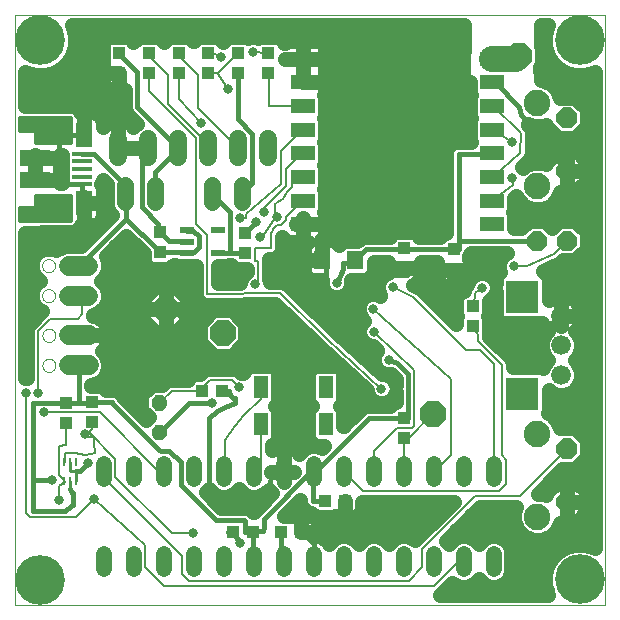
<source format=gbl>
G75*
%MOIN*%
%OFA0B0*%
%FSLAX24Y24*%
%IPPOS*%
%LPD*%
%AMOC8*
5,1,8,0,0,1.08239X$1,22.5*
%
%ADD10C,0.0000*%
%ADD11R,0.0551X0.0630*%
%ADD12R,0.0394X0.0433*%
%ADD13R,0.0433X0.0394*%
%ADD14R,0.0787X0.0512*%
%ADD15OC8,0.0850*%
%ADD16R,0.0472X0.0217*%
%ADD17C,0.0520*%
%ADD18R,0.0512X0.0748*%
%ADD19R,0.0112X0.0276*%
%ADD20R,0.0673X0.0157*%
%ADD21R,0.0575X0.0787*%
%ADD22R,0.0984X0.0541*%
%ADD23C,0.0160*%
%ADD24C,0.0560*%
%ADD25C,0.0104*%
%ADD26OC8,0.0660*%
%ADD27OC8,0.0700*%
%ADD28C,0.0885*%
%ADD29C,0.0660*%
%ADD30R,0.1102X0.1102*%
%ADD31C,0.0600*%
%ADD32C,0.0650*%
%ADD33C,0.0317*%
%ADD34C,0.0100*%
%ADD35C,0.0500*%
%ADD36C,0.0080*%
%ADD37C,0.0860*%
%ADD38C,0.1660*%
D10*
X000350Y000350D02*
X000350Y020035D01*
X020035Y020035D01*
X020035Y000350D01*
X000350Y000350D01*
X001267Y008344D02*
X001269Y008373D01*
X001275Y008401D01*
X001284Y008429D01*
X001297Y008455D01*
X001314Y008478D01*
X001333Y008500D01*
X001355Y008519D01*
X001380Y008534D01*
X001406Y008547D01*
X001434Y008555D01*
X001462Y008560D01*
X001491Y008561D01*
X001520Y008558D01*
X001548Y008551D01*
X001575Y008541D01*
X001601Y008527D01*
X001624Y008510D01*
X001645Y008490D01*
X001663Y008467D01*
X001678Y008442D01*
X001689Y008415D01*
X001697Y008387D01*
X001701Y008358D01*
X001701Y008330D01*
X001697Y008301D01*
X001689Y008273D01*
X001678Y008246D01*
X001663Y008221D01*
X001645Y008198D01*
X001624Y008178D01*
X001601Y008161D01*
X001575Y008147D01*
X001548Y008137D01*
X001520Y008130D01*
X001491Y008127D01*
X001462Y008128D01*
X001434Y008133D01*
X001406Y008141D01*
X001380Y008154D01*
X001355Y008169D01*
X001333Y008188D01*
X001314Y008210D01*
X001297Y008233D01*
X001284Y008259D01*
X001275Y008287D01*
X001269Y008315D01*
X001267Y008344D01*
X001267Y009344D02*
X001269Y009373D01*
X001275Y009401D01*
X001284Y009429D01*
X001297Y009455D01*
X001314Y009478D01*
X001333Y009500D01*
X001355Y009519D01*
X001380Y009534D01*
X001406Y009547D01*
X001434Y009555D01*
X001462Y009560D01*
X001491Y009561D01*
X001520Y009558D01*
X001548Y009551D01*
X001575Y009541D01*
X001601Y009527D01*
X001624Y009510D01*
X001645Y009490D01*
X001663Y009467D01*
X001678Y009442D01*
X001689Y009415D01*
X001697Y009387D01*
X001701Y009358D01*
X001701Y009330D01*
X001697Y009301D01*
X001689Y009273D01*
X001678Y009246D01*
X001663Y009221D01*
X001645Y009198D01*
X001624Y009178D01*
X001601Y009161D01*
X001575Y009147D01*
X001548Y009137D01*
X001520Y009130D01*
X001491Y009127D01*
X001462Y009128D01*
X001434Y009133D01*
X001406Y009141D01*
X001380Y009154D01*
X001355Y009169D01*
X001333Y009188D01*
X001314Y009210D01*
X001297Y009233D01*
X001284Y009259D01*
X001275Y009287D01*
X001269Y009315D01*
X001267Y009344D01*
X001259Y010670D02*
X001261Y010699D01*
X001267Y010727D01*
X001276Y010755D01*
X001289Y010781D01*
X001306Y010804D01*
X001325Y010826D01*
X001347Y010845D01*
X001372Y010860D01*
X001398Y010873D01*
X001426Y010881D01*
X001454Y010886D01*
X001483Y010887D01*
X001512Y010884D01*
X001540Y010877D01*
X001567Y010867D01*
X001593Y010853D01*
X001616Y010836D01*
X001637Y010816D01*
X001655Y010793D01*
X001670Y010768D01*
X001681Y010741D01*
X001689Y010713D01*
X001693Y010684D01*
X001693Y010656D01*
X001689Y010627D01*
X001681Y010599D01*
X001670Y010572D01*
X001655Y010547D01*
X001637Y010524D01*
X001616Y010504D01*
X001593Y010487D01*
X001567Y010473D01*
X001540Y010463D01*
X001512Y010456D01*
X001483Y010453D01*
X001454Y010454D01*
X001426Y010459D01*
X001398Y010467D01*
X001372Y010480D01*
X001347Y010495D01*
X001325Y010514D01*
X001306Y010536D01*
X001289Y010559D01*
X001276Y010585D01*
X001267Y010613D01*
X001261Y010641D01*
X001259Y010670D01*
X001259Y011670D02*
X001261Y011699D01*
X001267Y011727D01*
X001276Y011755D01*
X001289Y011781D01*
X001306Y011804D01*
X001325Y011826D01*
X001347Y011845D01*
X001372Y011860D01*
X001398Y011873D01*
X001426Y011881D01*
X001454Y011886D01*
X001483Y011887D01*
X001512Y011884D01*
X001540Y011877D01*
X001567Y011867D01*
X001593Y011853D01*
X001616Y011836D01*
X001637Y011816D01*
X001655Y011793D01*
X001670Y011768D01*
X001681Y011741D01*
X001689Y011713D01*
X001693Y011684D01*
X001693Y011656D01*
X001689Y011627D01*
X001681Y011599D01*
X001670Y011572D01*
X001655Y011547D01*
X001637Y011524D01*
X001616Y011504D01*
X001593Y011487D01*
X001567Y011473D01*
X001540Y011463D01*
X001512Y011456D01*
X001483Y011453D01*
X001454Y011454D01*
X001426Y011459D01*
X001398Y011467D01*
X001372Y011480D01*
X001347Y011495D01*
X001325Y011514D01*
X001306Y011536D01*
X001289Y011559D01*
X001276Y011585D01*
X001267Y011613D01*
X001261Y011641D01*
X001259Y011670D01*
D11*
X010602Y011851D03*
X011705Y011851D03*
D12*
X013332Y011590D03*
X013332Y012259D03*
X014980Y012209D03*
X014980Y011540D03*
X008032Y012093D03*
X008032Y012762D03*
X005179Y012786D03*
X005179Y012117D03*
X006605Y007505D03*
X007274Y007505D03*
X006789Y018089D03*
X006789Y018758D03*
X003814Y018758D03*
X003814Y018089D03*
D13*
X004812Y018089D03*
X004812Y018758D03*
X005812Y018758D03*
X005812Y018089D03*
X007787Y018089D03*
X007787Y018758D03*
X008807Y018758D03*
X008807Y018089D03*
X015613Y010319D03*
X015613Y009650D03*
X013327Y006585D03*
X013327Y005916D03*
X011372Y003824D03*
X010703Y003824D03*
X009905Y002795D03*
X009236Y002795D03*
X008277Y002805D03*
X007608Y002805D03*
X002910Y006453D03*
X002910Y007122D03*
X002049Y007097D03*
X002049Y006428D03*
D14*
X009959Y013051D03*
X009959Y013838D03*
X009959Y014626D03*
X009959Y015413D03*
X009959Y016201D03*
X009959Y016988D03*
X009959Y017775D03*
X009959Y018563D03*
X016259Y018563D03*
X016259Y017775D03*
X016259Y016988D03*
X016259Y016201D03*
X016259Y015413D03*
X016259Y014626D03*
X016259Y013838D03*
X016259Y013051D03*
D15*
X017168Y018666D03*
X005382Y010210D03*
X007280Y009422D03*
X014277Y006729D03*
D16*
X007119Y012096D03*
X007119Y012844D03*
X006095Y012844D03*
X006095Y012470D03*
X006095Y012096D03*
D17*
X006317Y005065D02*
X006317Y004545D01*
X005317Y004545D02*
X005317Y005065D01*
X004317Y005065D02*
X004317Y004545D01*
X003317Y004545D02*
X003317Y005065D01*
X007317Y005065D02*
X007317Y004545D01*
X008317Y004545D02*
X008317Y005065D01*
X009317Y005065D02*
X009317Y004545D01*
X010317Y004545D02*
X010317Y005065D01*
X011317Y005065D02*
X011317Y004545D01*
X012317Y004545D02*
X012317Y005065D01*
X013317Y005065D02*
X013317Y004545D01*
X014317Y004545D02*
X014317Y005065D01*
X015317Y005065D02*
X015317Y004545D01*
X016317Y004545D02*
X016317Y005065D01*
X016317Y002065D02*
X016317Y001545D01*
X015317Y001545D02*
X015317Y002065D01*
X014317Y002065D02*
X014317Y001545D01*
X013317Y001545D02*
X013317Y002065D01*
X012317Y002065D02*
X012317Y001545D01*
X011317Y001545D02*
X011317Y002065D01*
X010317Y002065D02*
X010317Y001545D01*
X009317Y001545D02*
X009317Y002065D01*
X008317Y002065D02*
X008317Y001545D01*
X007317Y001545D02*
X007317Y002065D01*
X006317Y002065D02*
X006317Y001545D01*
X005317Y001545D02*
X005317Y002065D01*
X004317Y002065D02*
X004317Y001545D01*
X003317Y001545D02*
X003317Y002065D01*
D18*
X008549Y006375D03*
X008549Y007635D03*
X010714Y007635D03*
X010714Y006375D03*
D19*
X002401Y005134D03*
X002204Y005134D03*
X002007Y005134D03*
X002007Y004484D03*
X002204Y004484D03*
X002401Y004484D03*
D20*
X002598Y014382D03*
X002598Y014638D03*
X002598Y014894D03*
X002598Y015150D03*
X002598Y015406D03*
D21*
X002649Y016036D03*
X002649Y013752D03*
D22*
X001011Y014525D03*
X001011Y015263D03*
D23*
X001011Y014525D01*
X000941Y014468D01*
X000925Y014468D02*
X001011Y014525D01*
X001185Y015059D02*
X001011Y015263D01*
X001011Y015297D01*
X001800Y015297D01*
X001828Y015297D01*
X001828Y016036D01*
X002649Y016036D01*
X002642Y016036D01*
X002649Y016036D02*
X002649Y016091D01*
X002179Y016042D02*
X001069Y016042D01*
X001069Y016200D02*
X002179Y016200D01*
X002179Y016359D02*
X000538Y016359D01*
X000538Y016517D02*
X002179Y016517D01*
X002179Y016596D02*
X001167Y016596D01*
X001169Y016595D01*
X000539Y016595D01*
X000537Y016200D01*
X001069Y016200D01*
X001069Y015779D01*
X002179Y015779D01*
X002179Y016596D01*
X002179Y015883D02*
X001069Y015883D01*
X001800Y015297D02*
X001800Y014382D01*
X002598Y014382D01*
X002602Y014381D01*
X002602Y013807D01*
X002649Y013759D01*
X002649Y013752D01*
X002179Y013823D02*
X001069Y013823D01*
X001069Y013981D02*
X002179Y013981D01*
X002179Y014002D02*
X001069Y014002D01*
X001069Y013581D01*
X000537Y013581D01*
X000535Y013184D01*
X001165Y013184D01*
X001167Y013185D01*
X002179Y013185D01*
X002179Y014002D01*
X002179Y013664D02*
X001069Y013664D01*
X000537Y013506D02*
X002179Y013506D01*
X002179Y013347D02*
X000536Y013347D01*
X000535Y013189D02*
X002179Y013189D01*
X002484Y011673D02*
X004011Y013200D01*
X004074Y013240D01*
X004074Y014004D01*
X004021Y014070D01*
X004019Y014074D01*
X004019Y014374D01*
X002988Y015405D01*
X002602Y015405D01*
X002598Y015406D01*
X003804Y015589D02*
X003980Y015594D01*
X003980Y015589D01*
X004578Y015366D02*
X004799Y015586D01*
X004804Y015589D01*
X004578Y015366D02*
X004578Y013610D01*
X005130Y013059D01*
X005130Y012854D01*
X005179Y012786D01*
X005185Y012783D01*
X005492Y012476D01*
X006090Y012476D01*
X006095Y012470D01*
X006098Y012838D02*
X006095Y012844D01*
X006098Y012838D02*
X006303Y012838D01*
X006492Y012649D01*
X006492Y012295D01*
X006326Y012130D01*
X006169Y012130D01*
X006095Y012096D01*
X006090Y012098D01*
X006074Y012114D01*
X005185Y012114D01*
X005179Y012117D01*
X005130Y012185D01*
X004074Y013240D01*
X005021Y014070D02*
X005027Y014074D01*
X005027Y014775D01*
X005767Y015515D01*
X005804Y015589D01*
X005799Y015594D01*
X004429Y016964D01*
X004429Y018114D01*
X003815Y018728D01*
X003815Y018752D01*
X003814Y018758D01*
X007787Y018089D02*
X007791Y018082D01*
X007791Y016555D01*
X008271Y016074D01*
X008271Y014421D01*
X007917Y014067D01*
X007916Y014063D01*
X007515Y013460D02*
X006917Y014059D01*
X006916Y014063D01*
X007515Y013460D02*
X007515Y012098D01*
X008027Y012098D01*
X008032Y012093D01*
X007515Y012098D02*
X007122Y012098D01*
X007119Y012096D01*
X007466Y011591D02*
X008158Y011591D01*
X006508Y010536D02*
X005956Y010019D01*
X005902Y009965D01*
X007690Y008189D01*
X007475Y007499D02*
X007279Y007500D01*
X007274Y007505D01*
X007475Y007499D02*
X007529Y007352D01*
X007608Y007274D01*
X007695Y007241D01*
X007697Y007091D01*
X007343Y006967D01*
X007106Y006812D01*
X006818Y006606D01*
X006818Y004575D01*
X006833Y004575D01*
X006833Y003923D01*
X008720Y003923D01*
X008720Y003849D01*
X008843Y004497D01*
X008959Y004805D01*
X009317Y004805D01*
X010200Y004775D02*
X010317Y004805D01*
X010397Y004830D01*
X012153Y006586D01*
X013326Y006586D01*
X013327Y006585D01*
X013405Y006586D01*
X013460Y006586D01*
X013460Y008051D01*
X013098Y008413D01*
X012816Y008534D01*
X011579Y010615D02*
X010722Y010618D01*
X010722Y011232D01*
X010719Y011275D01*
X010720Y011728D01*
X010720Y011815D01*
X010602Y011851D01*
X010649Y011925D01*
X010653Y011929D01*
X010689Y011893D01*
X010653Y011929D02*
X010633Y011948D01*
X010602Y011866D02*
X010602Y011851D01*
X011291Y011767D02*
X011291Y011554D01*
X011084Y011098D01*
X011579Y011374D02*
X011579Y010615D01*
X011579Y011374D02*
X013429Y011374D01*
X013563Y011507D01*
X014862Y011507D01*
X014980Y011540D01*
X016492Y011540D01*
X016492Y009772D01*
X018568Y009772D01*
X018568Y009996D01*
X015147Y012209D02*
X015147Y012500D01*
X017759Y012500D01*
X017763Y012502D01*
X015147Y012500D02*
X015147Y015395D01*
X016259Y015395D01*
X016259Y015413D01*
X017496Y016303D02*
X017496Y016397D01*
X017226Y016677D01*
X017169Y016956D01*
X016381Y017744D01*
X016342Y017744D01*
X016259Y017775D01*
X016263Y017775D01*
X017496Y016303D02*
X018752Y014815D01*
X018753Y014814D01*
X015147Y012209D02*
X014980Y012209D01*
X014901Y012208D01*
X013405Y012208D01*
X013332Y012259D01*
X013263Y012216D01*
X012074Y012216D01*
X011767Y011909D01*
X011705Y011851D01*
X011626Y011822D01*
X011570Y011767D01*
X011291Y011767D01*
X009964Y013051D02*
X009959Y013051D01*
X009901Y012996D01*
X009959Y013051D01*
X009964Y013051D01*
X009959Y013051D01*
X008381Y013114D02*
X008035Y012767D01*
X008032Y012762D01*
X005657Y010208D02*
X005389Y010208D01*
X005382Y010210D01*
X005657Y010208D02*
X005902Y009965D01*
X002484Y008344D02*
X002484Y008342D01*
X002484Y007098D01*
X002051Y007098D01*
X000945Y007098D01*
X000947Y004516D01*
X001596Y004516D01*
X001595Y004511D01*
X002204Y004229D02*
X002254Y004083D01*
X002300Y004083D01*
X002302Y003677D01*
X002214Y003649D01*
X002032Y003506D01*
X001781Y003506D01*
X000947Y003494D01*
X000947Y004516D01*
X002401Y004815D02*
X002484Y004830D01*
X002523Y004830D01*
X002795Y005085D01*
X003626Y007043D02*
X005145Y005523D01*
X005224Y005492D01*
X005507Y005492D01*
X005878Y005122D01*
X005878Y004374D01*
X007067Y003185D01*
X007996Y003185D01*
X008019Y003161D01*
X008019Y002815D01*
X008027Y002807D01*
X008193Y002807D01*
X008277Y002805D01*
X008358Y002830D01*
X008626Y002830D01*
X008657Y002909D01*
X008657Y003232D01*
X010200Y004775D01*
X010279Y004767D02*
X010279Y003830D01*
X010703Y003830D01*
X010703Y003824D01*
X011372Y003824D02*
X011377Y003556D01*
X011377Y003322D01*
X009895Y003322D01*
X009279Y003322D01*
X009895Y003322D02*
X009893Y002931D01*
X009905Y002795D01*
X009909Y002791D01*
X010311Y002389D01*
X010311Y001807D01*
X010317Y001805D01*
X009317Y001805D02*
X009311Y001807D01*
X009240Y001878D01*
X009240Y002791D01*
X009236Y002795D01*
X008279Y002799D02*
X008277Y002805D01*
X008279Y002799D02*
X008279Y001838D01*
X008311Y001807D01*
X008317Y001805D01*
X007842Y002408D02*
X007649Y002736D01*
X007608Y002805D01*
X007602Y002799D01*
X007452Y002799D01*
X010279Y004767D02*
X010311Y004799D01*
X010317Y004805D01*
X006929Y007082D02*
X006161Y007082D01*
X005200Y006122D01*
X005153Y006116D01*
X003626Y007043D02*
X003594Y007122D01*
X002996Y007122D01*
X002910Y007122D01*
X002909Y007122D01*
X002885Y007098D01*
X002484Y007098D01*
X002051Y007098D02*
X002049Y007097D01*
X002476Y011670D02*
X002484Y011673D01*
X001185Y015059D02*
X001011Y015146D01*
X014936Y011565D02*
X014936Y011540D01*
D24*
X007916Y013783D02*
X007916Y014343D01*
X006916Y014343D02*
X006916Y013783D01*
X005021Y013790D02*
X005021Y014350D01*
X004021Y014350D02*
X004021Y013790D01*
D25*
X004998Y007072D02*
X004946Y007020D01*
X004946Y007192D01*
X005067Y007313D01*
X005239Y007313D01*
X005360Y007192D01*
X005360Y007020D01*
X005239Y006899D01*
X005067Y006899D01*
X004946Y007020D01*
X005024Y007052D01*
X005024Y007160D01*
X005099Y007235D01*
X005207Y007235D01*
X005282Y007160D01*
X005282Y007052D01*
X005207Y006977D01*
X005099Y006977D01*
X005024Y007052D01*
X005102Y007085D01*
X005102Y007127D01*
X005132Y007157D01*
X005174Y007157D01*
X005204Y007127D01*
X005204Y007085D01*
X005174Y007055D01*
X005132Y007055D01*
X005102Y007085D01*
X004998Y006082D02*
X004946Y006030D01*
X004946Y006202D01*
X005067Y006323D01*
X005239Y006323D01*
X005360Y006202D01*
X005360Y006030D01*
X005239Y005909D01*
X005067Y005909D01*
X004946Y006030D01*
X005024Y006062D01*
X005024Y006170D01*
X005099Y006245D01*
X005207Y006245D01*
X005282Y006170D01*
X005282Y006062D01*
X005207Y005987D01*
X005099Y005987D01*
X005024Y006062D01*
X005102Y006095D01*
X005102Y006137D01*
X005132Y006167D01*
X005174Y006167D01*
X005204Y006137D01*
X005204Y006095D01*
X005174Y006065D01*
X005132Y006065D01*
X005102Y006095D01*
D26*
X017763Y012502D03*
X018763Y012502D03*
D27*
X018753Y014814D03*
X018753Y016594D03*
X018753Y005571D03*
X018753Y003791D03*
D28*
X017773Y003301D03*
X017773Y006061D03*
X017773Y014324D03*
X017773Y017084D03*
D29*
X018568Y009996D03*
X018568Y009011D03*
X018568Y008027D03*
D30*
X017268Y007397D03*
X017268Y010626D03*
D31*
X008804Y015289D02*
X008804Y015889D01*
X007804Y015889D02*
X007804Y015289D01*
X006804Y015289D02*
X006804Y015889D01*
X005804Y015889D02*
X005804Y015289D01*
X004804Y015289D02*
X004804Y015889D01*
X003804Y015889D02*
X003804Y015289D01*
D32*
X002801Y011670D02*
X002151Y011670D01*
X002151Y010670D02*
X002801Y010670D01*
X002809Y009344D02*
X002160Y009344D01*
X002160Y008344D02*
X002809Y008344D01*
D33*
X001122Y007437D03*
X000720Y007437D03*
X001329Y006778D03*
X002684Y006056D03*
X002795Y005085D03*
X001595Y004511D03*
X001834Y003842D03*
X002988Y003881D03*
X006286Y002741D03*
X007842Y002408D03*
X009279Y003322D03*
X008720Y003849D03*
X006929Y007082D03*
X007818Y007611D03*
X006508Y010536D03*
X007466Y011591D03*
X008158Y011591D03*
X008358Y011060D03*
X008538Y012625D03*
X008381Y013114D03*
X008673Y013445D03*
X009101Y013299D03*
X007845Y013263D03*
X011084Y011098D03*
X012297Y010239D03*
X012941Y010955D03*
X012326Y009468D03*
X012816Y008534D03*
X012573Y007573D03*
X015921Y010932D03*
X016975Y011646D03*
X016926Y014596D03*
X016918Y015799D03*
X008304Y018805D03*
X007214Y018608D03*
X007472Y017573D03*
X006543Y016434D03*
D34*
X002204Y005134D02*
X002204Y004812D01*
X002401Y004815D01*
X002401Y004487D01*
X002401Y004484D01*
X002204Y004484D02*
X002203Y004464D01*
X002204Y004229D01*
D35*
X004726Y006523D02*
X003975Y007273D01*
X003974Y007276D01*
X003944Y007350D01*
X003943Y007352D01*
X003942Y007354D01*
X003886Y007410D01*
X003831Y007466D01*
X003828Y007467D01*
X003826Y007469D01*
X003753Y007499D01*
X003681Y007531D01*
X003678Y007531D01*
X003676Y007532D01*
X003597Y007532D01*
X003518Y007533D01*
X003515Y007532D01*
X003381Y007532D01*
X003314Y007599D01*
X003192Y007649D01*
X002894Y007649D01*
X002894Y007689D01*
X002939Y007689D01*
X003180Y007789D01*
X003364Y007973D01*
X003464Y008214D01*
X003464Y008474D01*
X003364Y008715D01*
X003249Y008831D01*
X003255Y008836D01*
X003318Y008898D01*
X003372Y008968D01*
X003416Y009045D01*
X003450Y009127D01*
X003472Y009212D01*
X003484Y009300D01*
X003484Y009344D01*
X003484Y009388D01*
X003472Y009476D01*
X003450Y009561D01*
X003416Y009643D01*
X003372Y009720D01*
X003318Y009790D01*
X003255Y009852D01*
X003185Y009906D01*
X003108Y009950D01*
X003027Y009984D01*
X002956Y010003D01*
X002956Y010026D01*
X003172Y010115D01*
X003356Y010299D01*
X003456Y010540D01*
X003456Y010801D01*
X003356Y011041D01*
X003227Y011170D01*
X003356Y011299D01*
X003456Y011540D01*
X003456Y011801D01*
X003378Y011988D01*
X004063Y012672D01*
X004653Y012082D01*
X004653Y011835D01*
X004703Y011713D01*
X004796Y011621D01*
X004917Y011570D01*
X005442Y011570D01*
X005563Y011621D01*
X005647Y011704D01*
X005683Y011704D01*
X005793Y011658D01*
X006389Y011658D01*
X006389Y010791D01*
X006388Y010789D01*
X006389Y010718D01*
X006389Y010646D01*
X006390Y010644D01*
X006390Y010641D01*
X006419Y010576D01*
X006446Y010510D01*
X006448Y010509D01*
X006449Y010506D01*
X006500Y010457D01*
X006550Y010406D01*
X006552Y010405D01*
X006554Y010404D01*
X006620Y010377D01*
X006686Y010350D01*
X006688Y010350D01*
X006691Y010349D01*
X006762Y010350D01*
X006833Y010350D01*
X006835Y010351D01*
X009038Y010381D01*
X010460Y009016D01*
X010462Y009013D01*
X010513Y008965D01*
X010564Y008917D01*
X010567Y008916D01*
X012085Y007520D01*
X012085Y007476D01*
X012159Y007297D01*
X012297Y007159D01*
X012476Y007085D01*
X012671Y007085D01*
X012850Y007159D01*
X012987Y007297D01*
X013050Y007448D01*
X013050Y007112D01*
X013045Y007112D01*
X012924Y007062D01*
X012858Y006996D01*
X012072Y006996D01*
X011921Y006934D01*
X011300Y006313D01*
X011300Y006815D01*
X011250Y006936D01*
X011181Y007005D01*
X011250Y007074D01*
X011300Y007195D01*
X011300Y008074D01*
X011250Y008196D01*
X011157Y008289D01*
X011036Y008339D01*
X010393Y008339D01*
X010271Y008289D01*
X010178Y008196D01*
X010128Y008074D01*
X010128Y007195D01*
X010178Y007074D01*
X010247Y007005D01*
X010178Y006936D01*
X010128Y006815D01*
X010128Y005935D01*
X010178Y005814D01*
X010271Y005721D01*
X010393Y005671D01*
X010658Y005671D01*
X010582Y005594D01*
X010435Y005655D01*
X010200Y005655D01*
X009983Y005565D01*
X009824Y005406D01*
X009783Y005463D01*
X009715Y005531D01*
X009637Y005587D01*
X009551Y005631D01*
X009460Y005660D01*
X009365Y005675D01*
X009317Y005675D01*
X009269Y005675D01*
X009174Y005660D01*
X009083Y005631D01*
X008998Y005587D01*
X008920Y005531D01*
X008917Y005527D01*
X008917Y005690D01*
X008992Y005721D01*
X009084Y005814D01*
X009135Y005935D01*
X009135Y006815D01*
X009084Y006936D01*
X009015Y007005D01*
X009084Y007074D01*
X009135Y007195D01*
X009135Y008074D01*
X009084Y008196D01*
X008992Y008289D01*
X008870Y008339D01*
X008227Y008339D01*
X008106Y008289D01*
X008013Y008196D01*
X007965Y008079D01*
X007915Y008099D01*
X007888Y008099D01*
X007873Y008114D01*
X007834Y008159D01*
X007822Y008165D01*
X007812Y008175D01*
X007756Y008198D01*
X007703Y008225D01*
X007689Y008226D01*
X007676Y008232D01*
X007616Y008232D01*
X007556Y008236D01*
X007543Y008232D01*
X006788Y008232D01*
X006652Y008175D01*
X006528Y008051D01*
X006343Y008051D01*
X006221Y008001D01*
X006129Y007908D01*
X006113Y007870D01*
X005513Y007870D01*
X005377Y007813D01*
X005259Y007696D01*
X004909Y007696D01*
X004563Y007350D01*
X004563Y006862D01*
X004814Y006611D01*
X004726Y006523D01*
X004594Y006831D02*
X004418Y006831D01*
X004563Y007329D02*
X003953Y007329D01*
X003219Y007828D02*
X005411Y007828D01*
X006525Y009109D02*
X006967Y008667D01*
X007593Y008667D01*
X008035Y009109D01*
X008035Y009735D01*
X007593Y010177D01*
X006967Y010177D01*
X006525Y009735D01*
X006525Y009109D01*
X006525Y009323D02*
X003484Y009323D01*
X003484Y009344D02*
X002484Y009344D01*
X003484Y009344D01*
X003255Y008825D02*
X006810Y008825D01*
X007750Y008825D02*
X010666Y008825D01*
X010141Y009323D02*
X008035Y009323D01*
X007948Y009822D02*
X009621Y009822D01*
X009101Y010320D02*
X006157Y010320D01*
X006157Y010210D02*
X006157Y010531D01*
X005703Y010985D01*
X005382Y010985D01*
X005382Y010210D01*
X005382Y010210D01*
X006157Y010210D01*
X005382Y010210D01*
X005382Y010210D01*
X005382Y010985D01*
X005061Y010985D01*
X004607Y010531D01*
X004607Y010210D01*
X005382Y010210D01*
X005382Y010210D01*
X005382Y009435D01*
X005703Y009435D01*
X006157Y009889D01*
X006157Y010210D01*
X006090Y009822D02*
X006612Y009822D01*
X005382Y009822D02*
X005382Y009822D01*
X005382Y009435D02*
X005061Y009435D01*
X004607Y009889D01*
X004607Y010210D01*
X005382Y010210D01*
X005382Y010210D01*
X005382Y009435D01*
X004674Y009822D02*
X003286Y009822D01*
X003365Y010320D02*
X004607Y010320D01*
X005382Y010320D02*
X005382Y010320D01*
X005382Y010819D02*
X005382Y010819D01*
X004895Y010819D02*
X003448Y010819D01*
X003363Y011317D02*
X006389Y011317D01*
X006389Y010819D02*
X005869Y010819D01*
X007129Y011095D02*
X007129Y011658D01*
X007421Y011658D01*
X007494Y011688D01*
X007556Y011688D01*
X007648Y011596D01*
X007769Y011546D01*
X008084Y011546D01*
X008084Y011475D01*
X008082Y011474D01*
X007944Y011337D01*
X007870Y011157D01*
X007870Y011105D01*
X007129Y011095D01*
X007129Y011317D02*
X007936Y011317D01*
X008824Y011317D02*
X010052Y011317D01*
X010055Y011313D02*
X010103Y011264D01*
X010161Y011226D01*
X010224Y011199D01*
X010292Y011186D01*
X010595Y011186D01*
X010595Y011001D01*
X010670Y010822D01*
X010807Y010684D01*
X010986Y010610D01*
X011181Y010610D01*
X011360Y010684D01*
X011498Y010822D01*
X011572Y011001D01*
X011572Y011181D01*
X011583Y011206D01*
X012046Y011206D01*
X012167Y011256D01*
X012260Y011349D01*
X012310Y011470D01*
X012310Y011806D01*
X012786Y011806D01*
X012786Y011590D01*
X013332Y011590D01*
X013332Y011590D01*
X012786Y011590D01*
X012786Y011420D01*
X012665Y011370D01*
X012527Y011232D01*
X012453Y011053D01*
X012453Y010858D01*
X012527Y010679D01*
X012538Y010668D01*
X012394Y010728D01*
X012200Y010728D01*
X012021Y010653D01*
X011883Y010516D01*
X011809Y010336D01*
X011809Y010142D01*
X011883Y009963D01*
X012007Y009839D01*
X011912Y009745D01*
X011838Y009565D01*
X011838Y009371D01*
X011912Y009191D01*
X012050Y009054D01*
X012229Y008980D01*
X012302Y008980D01*
X012440Y008848D01*
X012402Y008810D01*
X012328Y008631D01*
X012328Y008436D01*
X012402Y008257D01*
X012540Y008119D01*
X012719Y008045D01*
X012886Y008045D01*
X013050Y007881D01*
X013050Y007698D01*
X012987Y007850D01*
X012850Y007987D01*
X012671Y008062D01*
X012589Y008062D01*
X011020Y009505D01*
X009442Y011019D01*
X009390Y011069D01*
X009389Y011070D01*
X009388Y011071D01*
X009320Y011097D01*
X009253Y011124D01*
X009252Y011124D01*
X009251Y011124D01*
X009178Y011123D01*
X008847Y011118D01*
X008847Y011157D01*
X008824Y011212D01*
X008824Y011882D01*
X008820Y011891D01*
X008882Y011891D01*
X008955Y011891D01*
X008956Y011891D01*
X008957Y011891D01*
X009024Y011919D01*
X009091Y011946D01*
X009092Y011947D01*
X009093Y011947D01*
X009144Y011999D01*
X009196Y012050D01*
X009196Y012051D01*
X009197Y012051D01*
X009224Y012119D01*
X009253Y012186D01*
X009253Y012187D01*
X009253Y012260D01*
X009253Y012333D01*
X009253Y012334D01*
X009253Y012604D01*
X009265Y012615D01*
X009294Y012572D01*
X009343Y012523D01*
X009400Y012485D01*
X009464Y012458D01*
X009531Y012445D01*
X009959Y012445D01*
X009959Y013051D01*
X009727Y013051D01*
X009727Y013051D01*
X009959Y013051D01*
X009959Y013051D01*
X009959Y013252D01*
X009959Y013252D01*
X009959Y013051D01*
X009959Y013051D01*
X009959Y013051D01*
X009959Y012445D01*
X010114Y012445D01*
X010103Y012438D01*
X010055Y012389D01*
X010016Y012332D01*
X009990Y012268D01*
X009977Y012200D01*
X009977Y011851D01*
X010602Y011851D01*
X010602Y012516D01*
X010565Y012516D01*
X010576Y012523D01*
X010625Y012572D01*
X010663Y012629D01*
X010690Y012693D01*
X010703Y012761D01*
X010703Y013051D01*
X010703Y013341D01*
X010690Y013409D01*
X010664Y013471D01*
X010683Y013517D01*
X010683Y014160D01*
X010653Y014232D01*
X010683Y014304D01*
X010683Y014947D01*
X010653Y015019D01*
X010683Y015092D01*
X010683Y015735D01*
X010653Y015807D01*
X010683Y015879D01*
X010683Y016522D01*
X010653Y016594D01*
X010683Y016666D01*
X010683Y017309D01*
X010664Y017355D01*
X010690Y017417D01*
X010703Y017485D01*
X010703Y017775D01*
X009959Y017775D01*
X009959Y018563D01*
X009353Y018563D01*
X009353Y018563D01*
X009959Y018563D01*
X009959Y018563D01*
X009959Y019169D01*
X009531Y019169D01*
X009464Y019155D01*
X009400Y019129D01*
X009343Y019090D01*
X009330Y019077D01*
X009303Y019142D01*
X009210Y019235D01*
X009089Y019285D01*
X008524Y019285D01*
X008473Y019264D01*
X008401Y019294D01*
X008207Y019294D01*
X008127Y019261D01*
X008069Y019285D01*
X007504Y019285D01*
X007383Y019235D01*
X007290Y019142D01*
X007282Y019122D01*
X007265Y019162D01*
X007172Y019255D01*
X007051Y019305D01*
X006526Y019305D01*
X006405Y019255D01*
X006312Y019162D01*
X006305Y019145D01*
X006216Y019235D01*
X006094Y019285D01*
X005530Y019285D01*
X005409Y019235D01*
X005316Y019142D01*
X005312Y019133D01*
X005308Y019142D01*
X005215Y019235D01*
X005094Y019285D01*
X004530Y019285D01*
X004408Y019235D01*
X004315Y019142D01*
X004307Y019122D01*
X004290Y019162D01*
X004198Y019255D01*
X004076Y019305D01*
X003551Y019305D01*
X003430Y019255D01*
X003337Y019162D01*
X003287Y019040D01*
X003287Y018476D01*
X003298Y018450D01*
X003280Y018408D01*
X003267Y018340D01*
X003267Y018089D01*
X003267Y017838D01*
X003280Y017770D01*
X003307Y017707D01*
X003345Y017649D01*
X003394Y017601D01*
X003451Y017562D01*
X003515Y017536D01*
X003582Y017522D01*
X003814Y017522D01*
X004019Y017522D01*
X004019Y016883D01*
X004081Y016732D01*
X004408Y016405D01*
X004374Y016379D01*
X004314Y016319D01*
X004304Y016305D01*
X004294Y016319D01*
X004233Y016379D01*
X004166Y016431D01*
X004092Y016473D01*
X004013Y016506D01*
X003931Y016528D01*
X003847Y016539D01*
X003804Y016539D01*
X003804Y015589D01*
X003804Y015589D01*
X004154Y015589D01*
X004804Y015589D01*
X004804Y015589D01*
X003804Y015589D01*
X003804Y015589D01*
X003804Y016539D01*
X003761Y016539D01*
X003677Y016528D01*
X003595Y016506D01*
X003516Y016473D01*
X003442Y016431D01*
X003374Y016379D01*
X003314Y016319D01*
X003287Y016283D01*
X003287Y016464D01*
X003273Y016532D01*
X003247Y016595D01*
X003208Y016653D01*
X003160Y016701D01*
X003102Y016740D01*
X003039Y016766D01*
X002971Y016779D01*
X002649Y016779D01*
X002546Y016779D01*
X002526Y016828D01*
X002411Y016943D01*
X002260Y017006D01*
X001188Y017006D01*
X001129Y017012D01*
X001108Y017006D01*
X001085Y017006D01*
X001083Y017005D01*
X000700Y017005D01*
X000700Y018125D01*
X000753Y018094D01*
X001048Y018015D01*
X001353Y018015D01*
X001648Y018094D01*
X001913Y018247D01*
X002129Y018463D01*
X002282Y018727D01*
X002361Y019022D01*
X002361Y019328D01*
X002282Y019623D01*
X002246Y019685D01*
X015309Y019685D01*
X015300Y017776D01*
X015515Y017775D01*
X015515Y017485D01*
X015528Y017417D01*
X015554Y017355D01*
X015535Y017309D01*
X015535Y016666D01*
X015565Y016594D01*
X015535Y016522D01*
X015535Y015879D01*
X015565Y015807D01*
X015564Y015805D01*
X015065Y015805D01*
X014915Y015742D01*
X014799Y015627D01*
X014737Y015476D01*
X014737Y012756D01*
X014717Y012756D01*
X014596Y012705D01*
X014509Y012618D01*
X013827Y012618D01*
X013809Y012662D01*
X013716Y012755D01*
X013595Y012805D01*
X013070Y012805D01*
X012949Y012755D01*
X012856Y012662D01*
X012841Y012626D01*
X011993Y012626D01*
X011842Y012564D01*
X011774Y012496D01*
X011363Y012496D01*
X011242Y012446D01*
X011164Y012368D01*
X011150Y012389D01*
X011101Y012438D01*
X011044Y012476D01*
X010980Y012502D01*
X010912Y012516D01*
X010602Y012516D01*
X010602Y011851D01*
X010602Y011851D01*
X010602Y011851D01*
X009977Y011851D01*
X009977Y011501D01*
X009990Y011434D01*
X010016Y011370D01*
X010055Y011313D01*
X009977Y011816D02*
X008824Y011816D01*
X009253Y012186D02*
X009253Y012186D01*
X009253Y012314D02*
X010009Y012314D01*
X009959Y012813D02*
X009959Y012813D01*
X009959Y013051D02*
X009959Y013051D01*
X010703Y013051D01*
X009959Y013051D01*
X010703Y012813D02*
X014737Y012813D01*
X014737Y013311D02*
X010703Y013311D01*
X010683Y013810D02*
X014737Y013810D01*
X014737Y014308D02*
X010683Y014308D01*
X010683Y014807D02*
X014737Y014807D01*
X014737Y015305D02*
X010683Y015305D01*
X010655Y015804D02*
X015062Y015804D01*
X015535Y016302D02*
X010683Y016302D01*
X010683Y016801D02*
X015535Y016801D01*
X015535Y017299D02*
X010683Y017299D01*
X010703Y017775D02*
X009959Y017775D01*
X009959Y017775D01*
X009959Y017775D01*
X009959Y017957D01*
X009959Y018563D01*
X009959Y018563D01*
X009959Y019169D01*
X010388Y019169D01*
X010455Y019155D01*
X010519Y019129D01*
X010576Y019090D01*
X010625Y019042D01*
X010663Y018984D01*
X010690Y018921D01*
X010703Y018853D01*
X010703Y018563D01*
X009959Y018563D01*
X009959Y018563D01*
X009959Y018563D01*
X010703Y018563D01*
X010703Y018272D01*
X010690Y018205D01*
X010675Y018169D01*
X010690Y018133D01*
X010703Y018066D01*
X010703Y017775D01*
X010703Y017798D02*
X015300Y017798D01*
X015302Y018296D02*
X010703Y018296D01*
X009959Y018296D02*
X009959Y018296D01*
X009959Y017798D02*
X009959Y017798D01*
X009959Y018795D02*
X009959Y018795D01*
X010703Y018795D02*
X015305Y018795D01*
X015307Y019293D02*
X008403Y019293D01*
X008205Y019293D02*
X007080Y019293D01*
X006497Y019293D02*
X004105Y019293D01*
X003523Y019293D02*
X002361Y019293D01*
X002300Y018795D02*
X003287Y018795D01*
X003267Y018296D02*
X001962Y018296D01*
X003267Y018089D02*
X003814Y018089D01*
X003814Y017522D01*
X003814Y018089D01*
X003814Y018089D01*
X003267Y018089D01*
X003275Y017798D02*
X000700Y017798D01*
X000700Y017299D02*
X004019Y017299D01*
X004053Y016801D02*
X002538Y016801D01*
X002649Y016779D02*
X002649Y016036D01*
X002649Y016036D01*
X002589Y016036D01*
X002589Y016036D01*
X002649Y016036D01*
X002649Y016036D01*
X002649Y016779D01*
X002649Y016302D02*
X002649Y016302D01*
X003287Y016302D02*
X003302Y016302D01*
X003804Y016302D02*
X003804Y016302D01*
X003804Y015804D02*
X003804Y015804D01*
X001931Y015369D02*
X001931Y015261D01*
X001931Y014579D01*
X001925Y014563D01*
X001911Y014495D01*
X001911Y014412D01*
X001854Y014412D01*
X001854Y014525D01*
X001854Y014830D01*
X001841Y014894D01*
X001854Y014958D01*
X001854Y015263D01*
X001011Y015263D01*
X001011Y015263D01*
X001011Y015146D01*
X001011Y014525D01*
X001011Y014525D01*
X001011Y015263D01*
X001011Y015369D01*
X001011Y015369D01*
X001011Y015263D01*
X001011Y015263D01*
X001011Y015263D01*
X001854Y015263D01*
X001854Y015369D01*
X001931Y015369D01*
X001931Y015305D02*
X001854Y015305D01*
X001011Y015305D02*
X001011Y015305D01*
X001011Y014807D02*
X001011Y014807D01*
X001011Y014525D02*
X001854Y014525D01*
X001011Y014525D01*
X001011Y014525D01*
X001854Y014807D02*
X001931Y014807D01*
X002649Y013953D02*
X002649Y013752D01*
X002649Y013752D01*
X002649Y013009D01*
X002549Y013009D01*
X002526Y012953D01*
X002411Y012838D01*
X002260Y012775D01*
X001249Y012775D01*
X001246Y012774D01*
X001187Y012774D01*
X001128Y012768D01*
X001106Y012774D01*
X000700Y012774D01*
X000700Y007925D01*
X000752Y007925D01*
X000752Y009565D01*
X000808Y009701D01*
X001217Y010111D01*
X001255Y010149D01*
X001155Y010190D01*
X000996Y010349D01*
X000910Y010558D01*
X000910Y010783D01*
X000996Y010991D01*
X001155Y011151D01*
X001203Y011170D01*
X001155Y011190D01*
X000996Y011349D01*
X000910Y011558D01*
X000910Y011783D01*
X000996Y011991D01*
X001155Y012151D01*
X001364Y012237D01*
X001589Y012237D01*
X001732Y012177D01*
X001781Y012225D01*
X002021Y012325D01*
X002556Y012325D01*
X003590Y013358D01*
X003504Y013444D01*
X003411Y013669D01*
X003411Y014402D01*
X003276Y014537D01*
X003285Y014495D01*
X003285Y014382D01*
X003218Y014382D01*
X003218Y014382D01*
X003285Y014382D01*
X003285Y014269D01*
X003277Y014230D01*
X003287Y014180D01*
X003287Y013752D01*
X002649Y013752D01*
X002649Y013009D01*
X002971Y013009D01*
X003039Y013022D01*
X003102Y013048D01*
X003160Y013087D01*
X003208Y013135D01*
X003247Y013193D01*
X003273Y013256D01*
X003287Y013324D01*
X003287Y013752D01*
X002649Y013752D01*
X002649Y013752D01*
X002649Y013752D01*
X002649Y013953D01*
X002649Y013953D01*
X002649Y013810D02*
X002649Y013810D01*
X002649Y013311D02*
X002649Y013311D01*
X003284Y013311D02*
X003542Y013311D01*
X003411Y013810D02*
X003287Y013810D01*
X003285Y014308D02*
X003411Y014308D01*
X003044Y012813D02*
X002350Y012813D01*
X001994Y012314D02*
X000700Y012314D01*
X000700Y011816D02*
X000923Y011816D01*
X001028Y011317D02*
X000700Y011317D01*
X000700Y010819D02*
X000924Y010819D01*
X001025Y010320D02*
X000700Y010320D01*
X000700Y009822D02*
X000928Y009822D01*
X000752Y009323D02*
X000700Y009323D01*
X000700Y008825D02*
X000752Y008825D01*
X000752Y008326D02*
X000700Y008326D01*
X002484Y009344D02*
X002484Y009344D01*
X003464Y008326D02*
X008196Y008326D01*
X008901Y008326D02*
X010362Y008326D01*
X010128Y007828D02*
X009135Y007828D01*
X009135Y007329D02*
X010128Y007329D01*
X010135Y006831D02*
X009128Y006831D01*
X009135Y006332D02*
X010128Y006332D01*
X010170Y005834D02*
X009092Y005834D01*
X009317Y005675D02*
X009317Y004805D01*
X008907Y004805D01*
X008907Y004805D01*
X009317Y004805D01*
X009317Y004805D01*
X009317Y004472D01*
X009317Y004472D01*
X009317Y004805D01*
X009317Y004805D01*
X009317Y004805D01*
X009651Y004805D01*
X009651Y004805D01*
X009317Y004805D01*
X009317Y004805D01*
X009317Y005675D01*
X009317Y005335D02*
X009317Y005335D01*
X009317Y004837D02*
X009317Y004837D01*
X008811Y004204D02*
X008852Y004148D01*
X008920Y004080D01*
X008923Y004078D01*
X008310Y003464D01*
X008306Y003455D01*
X008252Y003509D01*
X008228Y003532D01*
X008077Y003595D01*
X007236Y003595D01*
X006719Y004112D01*
X006817Y004211D01*
X006983Y004045D01*
X007200Y003955D01*
X007435Y003955D01*
X007651Y004045D01*
X007817Y004211D01*
X007983Y004045D01*
X008200Y003955D01*
X008435Y003955D01*
X008651Y004045D01*
X008811Y004204D01*
X008685Y003840D02*
X006992Y003840D01*
X009327Y003322D02*
X009869Y003864D01*
X009869Y003749D01*
X009932Y003598D01*
X010047Y003483D01*
X010198Y003420D01*
X010227Y003420D01*
X010300Y003347D01*
X010421Y003297D01*
X010985Y003297D01*
X011012Y003308D01*
X011054Y003290D01*
X011121Y003277D01*
X011372Y003277D01*
X011372Y003824D01*
X011372Y003824D01*
X011372Y003277D01*
X011623Y003277D01*
X011691Y003290D01*
X011755Y003317D01*
X011812Y003355D01*
X011861Y003404D01*
X011899Y003461D01*
X011925Y003525D01*
X011939Y003593D01*
X011939Y003791D01*
X014976Y003791D01*
X013701Y002516D01*
X013651Y002565D01*
X013435Y002655D01*
X013200Y002655D01*
X012983Y002565D01*
X012817Y002400D01*
X012651Y002565D01*
X012435Y002655D01*
X012200Y002655D01*
X011983Y002565D01*
X011817Y002400D01*
X011651Y002565D01*
X011435Y002655D01*
X011200Y002655D01*
X010983Y002565D01*
X010824Y002406D01*
X010783Y002463D01*
X010715Y002531D01*
X010637Y002587D01*
X010551Y002631D01*
X010471Y002657D01*
X010471Y002795D01*
X009905Y002795D01*
X009905Y002795D01*
X010471Y002795D01*
X010471Y003027D01*
X010458Y003094D01*
X010432Y003158D01*
X010393Y003215D01*
X010345Y003264D01*
X010287Y003302D01*
X010224Y003329D01*
X010156Y003342D01*
X009905Y003342D01*
X009905Y002795D01*
X009905Y002795D01*
X009905Y003342D01*
X009654Y003342D01*
X009586Y003329D01*
X009544Y003311D01*
X009518Y003322D01*
X009327Y003322D01*
X009346Y003341D02*
X009648Y003341D01*
X009905Y003341D02*
X009905Y003341D01*
X010162Y003341D02*
X010315Y003341D01*
X009869Y003840D02*
X009845Y003840D01*
X009905Y002843D02*
X009905Y002843D01*
X010471Y002843D02*
X014028Y002843D01*
X014724Y002492D02*
X014817Y002400D01*
X014983Y002565D01*
X015200Y002655D01*
X015435Y002655D01*
X015651Y002565D01*
X015817Y002400D01*
X015983Y002565D01*
X016200Y002655D01*
X016435Y002655D01*
X016651Y002565D01*
X016817Y002399D01*
X016907Y002183D01*
X016907Y001428D01*
X016817Y001211D01*
X016651Y001045D01*
X016435Y000955D01*
X016200Y000955D01*
X015983Y001045D01*
X015817Y001211D01*
X015651Y001045D01*
X015435Y000955D01*
X015200Y000955D01*
X014983Y001045D01*
X014933Y001095D01*
X014624Y000786D01*
X014538Y000700D01*
X018136Y000700D01*
X018099Y000765D01*
X018019Y001060D01*
X018019Y001365D01*
X018099Y001660D01*
X018251Y001924D01*
X018467Y002140D01*
X018732Y002293D01*
X019027Y002372D01*
X019332Y002372D01*
X019627Y002293D01*
X019685Y002260D01*
X019685Y018128D01*
X019629Y018096D01*
X019334Y018017D01*
X019029Y018017D01*
X018734Y018096D01*
X018469Y018248D01*
X018253Y018464D01*
X018101Y018729D01*
X018022Y019024D01*
X018022Y019329D01*
X018101Y019624D01*
X018136Y019685D01*
X017902Y019685D01*
X017902Y019000D01*
X017923Y018978D01*
X017923Y018756D01*
X017938Y018581D01*
X017923Y018533D01*
X017923Y018353D01*
X017902Y018331D01*
X017902Y018287D01*
X017871Y018287D01*
X017888Y017857D01*
X017927Y017857D01*
X018211Y017739D01*
X018428Y017522D01*
X018531Y017274D01*
X019035Y017274D01*
X019433Y016876D01*
X019433Y016313D01*
X019035Y015914D01*
X018472Y015914D01*
X018073Y016313D01*
X018073Y016372D01*
X017927Y016312D01*
X017620Y016312D01*
X017455Y016380D01*
X017474Y016361D01*
X017523Y016313D01*
X017525Y016308D01*
X017529Y016305D01*
X017554Y016241D01*
X017582Y016178D01*
X017582Y016173D01*
X017584Y016168D01*
X017583Y016100D01*
X017584Y016031D01*
X017582Y016026D01*
X017576Y015480D01*
X017580Y015470D01*
X017575Y015407D01*
X017575Y015344D01*
X017571Y015334D01*
X017570Y015323D01*
X017542Y015267D01*
X017517Y015209D01*
X017509Y015201D01*
X017504Y015191D01*
X017457Y015150D01*
X017412Y015106D01*
X017402Y015102D01*
X017246Y014966D01*
X017285Y014928D01*
X017336Y014979D01*
X017620Y015097D01*
X017927Y015097D01*
X018053Y015044D01*
X018053Y015104D01*
X018463Y015514D01*
X018753Y015514D01*
X018753Y014814D01*
X018753Y014814D01*
X018753Y014114D01*
X018523Y014114D01*
X018428Y013887D01*
X018211Y013669D01*
X017927Y013552D01*
X017620Y013552D01*
X017336Y013669D01*
X017118Y013887D01*
X017073Y013996D01*
X016982Y013922D01*
X016982Y013517D01*
X016952Y013445D01*
X016982Y013372D01*
X016982Y012910D01*
X017238Y012910D01*
X017490Y013162D01*
X018037Y013162D01*
X018263Y012935D01*
X018490Y013162D01*
X019037Y013162D01*
X019423Y012775D01*
X019423Y012228D01*
X019037Y011842D01*
X018625Y011842D01*
X018576Y011793D01*
X018528Y011743D01*
X018524Y011741D01*
X018520Y011737D01*
X018457Y011711D01*
X017944Y011483D01*
X018007Y011457D01*
X018099Y011364D01*
X018150Y011242D01*
X018150Y010532D01*
X018189Y010562D01*
X018266Y010607D01*
X018349Y010641D01*
X018435Y010664D01*
X018523Y010676D01*
X018568Y010676D01*
X018568Y009996D01*
X018568Y009996D01*
X019248Y009996D01*
X019248Y010040D01*
X019236Y010129D01*
X019213Y010215D01*
X019179Y010297D01*
X019134Y010374D01*
X019080Y010445D01*
X019017Y010508D01*
X018946Y010562D01*
X018869Y010607D01*
X018787Y010641D01*
X018701Y010664D01*
X018612Y010676D01*
X018568Y010676D01*
X018568Y009996D01*
X018568Y009996D01*
X019248Y009996D01*
X019248Y009951D01*
X019236Y009863D01*
X019213Y009777D01*
X019179Y009694D01*
X019134Y009617D01*
X019080Y009546D01*
X019023Y009489D01*
X019127Y009385D01*
X019228Y009143D01*
X019228Y008880D01*
X019127Y008638D01*
X019009Y008519D01*
X019127Y008401D01*
X019228Y008158D01*
X019228Y007896D01*
X019127Y007653D01*
X018942Y007468D01*
X018699Y007367D01*
X018436Y007367D01*
X018194Y007468D01*
X018150Y007512D01*
X018150Y006780D01*
X018136Y006747D01*
X018211Y006716D01*
X018428Y006498D01*
X018531Y006251D01*
X019035Y006251D01*
X019433Y005852D01*
X019433Y005289D01*
X019035Y004891D01*
X018595Y004891D01*
X017778Y004073D01*
X017927Y004073D01*
X018053Y004021D01*
X018053Y004081D01*
X018463Y004491D01*
X018753Y004491D01*
X018753Y003791D01*
X018753Y003791D01*
X018753Y004491D01*
X019043Y004491D01*
X019453Y004081D01*
X019453Y003791D01*
X018753Y003791D01*
X018753Y003791D01*
X018753Y003091D01*
X018523Y003091D01*
X018428Y002863D01*
X018211Y002646D01*
X017927Y002528D01*
X017620Y002528D01*
X017336Y002646D01*
X017118Y002863D01*
X017001Y003147D01*
X017001Y003454D01*
X017072Y003626D01*
X015858Y003626D01*
X014724Y002492D01*
X015074Y002843D02*
X017139Y002843D01*
X016840Y002344D02*
X018921Y002344D01*
X019437Y002344D02*
X019685Y002344D01*
X019685Y002843D02*
X018408Y002843D01*
X018753Y003091D02*
X019043Y003091D01*
X019453Y003501D01*
X019453Y003791D01*
X018753Y003791D01*
X018753Y003791D01*
X018753Y003091D01*
X018753Y003341D02*
X018753Y003341D01*
X018753Y003840D02*
X018753Y003840D01*
X019294Y003341D02*
X019685Y003341D01*
X019685Y003840D02*
X019453Y003840D01*
X019685Y004338D02*
X019196Y004338D01*
X018753Y004338D02*
X018753Y004338D01*
X018311Y004338D02*
X018042Y004338D01*
X018541Y004837D02*
X019685Y004837D01*
X019685Y005335D02*
X019433Y005335D01*
X019433Y005834D02*
X019685Y005834D01*
X019685Y006332D02*
X018497Y006332D01*
X018150Y006831D02*
X019685Y006831D01*
X019685Y007329D02*
X018150Y007329D01*
X019199Y007828D02*
X019685Y007828D01*
X019685Y008326D02*
X019158Y008326D01*
X019205Y008825D02*
X019685Y008825D01*
X019685Y009323D02*
X019153Y009323D01*
X018568Y009671D02*
X018568Y009996D01*
X018568Y009996D01*
X018568Y009671D01*
X018568Y009671D01*
X018568Y009822D02*
X018568Y009822D01*
X018568Y010320D02*
X018568Y010320D01*
X019166Y010320D02*
X019685Y010320D01*
X019685Y009822D02*
X019225Y009822D01*
X018112Y009489D02*
X018008Y009385D01*
X017908Y009143D01*
X017908Y008880D01*
X018008Y008638D01*
X018126Y008519D01*
X018008Y008401D01*
X017947Y008253D01*
X017885Y008278D01*
X016948Y008278D01*
X016948Y008439D01*
X016892Y008575D01*
X016788Y008679D01*
X016169Y009299D01*
X016169Y009306D01*
X016176Y009336D01*
X016169Y009379D01*
X016169Y009423D01*
X016159Y009446D01*
X016159Y009912D01*
X016129Y009985D01*
X016159Y010057D01*
X016159Y010502D01*
X016197Y010518D01*
X016335Y010655D01*
X016387Y010782D01*
X016387Y010009D01*
X016437Y009887D01*
X016530Y009795D01*
X016652Y009744D01*
X017885Y009744D01*
X017928Y009762D01*
X017956Y009694D01*
X018001Y009617D01*
X018055Y009546D01*
X018112Y009489D01*
X017982Y009323D02*
X016173Y009323D01*
X016643Y008825D02*
X017931Y008825D01*
X017977Y008326D02*
X016948Y008326D01*
X015066Y009708D02*
X013886Y010888D01*
X013843Y010936D01*
X013834Y010940D01*
X013827Y010947D01*
X013768Y010972D01*
X013632Y011037D01*
X013695Y011063D01*
X013752Y011101D01*
X013801Y011150D01*
X013839Y011207D01*
X013866Y011271D01*
X013879Y011339D01*
X013879Y011590D01*
X013879Y011798D01*
X014434Y011798D01*
X014433Y011791D01*
X014433Y011540D01*
X014980Y011540D01*
X015526Y011540D01*
X015526Y011791D01*
X015513Y011859D01*
X015496Y011901D01*
X015506Y011927D01*
X015506Y012006D01*
X015541Y012090D01*
X016771Y012090D01*
X016699Y012060D01*
X016561Y011922D01*
X016487Y011743D01*
X016487Y011549D01*
X016527Y011453D01*
X016437Y011364D01*
X016387Y011242D01*
X016387Y011082D01*
X016335Y011208D01*
X016197Y011346D01*
X016018Y011420D01*
X015824Y011420D01*
X015644Y011346D01*
X015508Y011210D01*
X015513Y011221D01*
X015526Y011289D01*
X015526Y011540D01*
X014980Y011540D01*
X014980Y011540D01*
X014980Y010973D01*
X015211Y010973D01*
X015279Y010987D01*
X015342Y011013D01*
X015400Y011051D01*
X015448Y011100D01*
X015484Y011154D01*
X015432Y011029D01*
X015432Y011028D01*
X015398Y011003D01*
X015396Y011000D01*
X015394Y010999D01*
X015358Y010938D01*
X015321Y010877D01*
X015320Y010874D01*
X015319Y010872D01*
X015314Y010839D01*
X015209Y010796D01*
X015116Y010703D01*
X015066Y010582D01*
X015066Y010057D01*
X015096Y009985D01*
X015066Y009912D01*
X015066Y009708D01*
X015066Y009822D02*
X014953Y009822D01*
X015066Y010320D02*
X014454Y010320D01*
X014681Y010987D02*
X014617Y011013D01*
X014560Y011051D01*
X014511Y011100D01*
X014473Y011158D01*
X014446Y011221D01*
X014433Y011289D01*
X014433Y011540D01*
X014980Y011540D01*
X014980Y011540D01*
X014980Y010973D01*
X014748Y010973D01*
X014681Y010987D01*
X015264Y010819D02*
X013956Y010819D01*
X013875Y011317D02*
X014433Y011317D01*
X014980Y011317D02*
X014980Y011317D01*
X014980Y011540D02*
X014980Y011540D01*
X015526Y011317D02*
X015615Y011317D01*
X015522Y011816D02*
X016517Y011816D01*
X016418Y011317D02*
X016226Y011317D01*
X016159Y010320D02*
X016387Y010320D01*
X016503Y009822D02*
X016159Y009822D01*
X018150Y010819D02*
X019685Y010819D01*
X019685Y011317D02*
X018119Y011317D01*
X018599Y011816D02*
X019685Y011816D01*
X019685Y012314D02*
X019423Y012314D01*
X019386Y012813D02*
X019685Y012813D01*
X019685Y013311D02*
X016982Y013311D01*
X016982Y013810D02*
X017196Y013810D01*
X018351Y013810D02*
X019685Y013810D01*
X019043Y014114D02*
X019453Y014524D01*
X019453Y014814D01*
X018753Y014814D01*
X018753Y014114D01*
X019043Y014114D01*
X019237Y014308D02*
X019685Y014308D01*
X019685Y014807D02*
X019453Y014807D01*
X019453Y014814D02*
X019453Y015104D01*
X019043Y015514D01*
X018753Y015514D01*
X018753Y014814D01*
X018753Y014814D01*
X018753Y014814D01*
X019453Y014814D01*
X019253Y015305D02*
X019685Y015305D01*
X019685Y015804D02*
X017580Y015804D01*
X017561Y015305D02*
X018254Y015305D01*
X018753Y015305D02*
X018753Y015305D01*
X018753Y014807D02*
X018753Y014807D01*
X018753Y014308D02*
X018753Y014308D01*
X018084Y016302D02*
X017530Y016302D01*
X018521Y017299D02*
X019685Y017299D01*
X019685Y016801D02*
X019433Y016801D01*
X019423Y016302D02*
X019685Y016302D01*
X019685Y017798D02*
X018070Y017798D01*
X017902Y018296D02*
X018422Y018296D01*
X018083Y018795D02*
X017923Y018795D01*
X017902Y019293D02*
X018022Y019293D01*
X010602Y012314D02*
X010602Y012314D01*
X012228Y011317D02*
X012612Y011317D01*
X012470Y010819D02*
X011494Y010819D01*
X011809Y010320D02*
X010170Y010320D01*
X010690Y009822D02*
X011989Y009822D01*
X011858Y009323D02*
X011218Y009323D01*
X011760Y008825D02*
X012417Y008825D01*
X012374Y008326D02*
X012302Y008326D01*
X011750Y007828D02*
X011300Y007828D01*
X011208Y008326D02*
X011067Y008326D01*
X011300Y007329D02*
X012146Y007329D01*
X011818Y006831D02*
X011293Y006831D01*
X011300Y006332D02*
X011319Y006332D01*
X013001Y007329D02*
X013050Y007329D01*
X013050Y007828D02*
X012997Y007828D01*
X010673Y010819D02*
X009651Y010819D01*
X013332Y011590D02*
X013332Y011590D01*
X013879Y011590D01*
X013332Y011590D01*
X004661Y011816D02*
X003450Y011816D01*
X003705Y012314D02*
X004420Y012314D01*
X003814Y017798D02*
X003814Y017798D01*
X003814Y018089D02*
X003814Y018089D01*
X011372Y003341D02*
X011372Y003341D01*
X011791Y003341D02*
X014526Y003341D01*
X015573Y003341D02*
X017001Y003341D01*
X016907Y001846D02*
X018206Y001846D01*
X018019Y001347D02*
X016874Y001347D01*
X018076Y000849D02*
X014687Y000849D01*
D36*
X014311Y000996D02*
X005326Y000996D01*
X004704Y001618D01*
X004703Y002341D01*
X002988Y003881D01*
X002956Y003862D01*
X002381Y003287D01*
X000862Y003287D01*
X000720Y003429D01*
X000720Y007437D01*
X001122Y007437D02*
X001122Y009492D01*
X001531Y009901D01*
X002444Y009901D01*
X002586Y010043D01*
X002586Y010563D01*
X002484Y010665D01*
X002476Y010670D01*
X006381Y013074D02*
X006759Y012696D01*
X006759Y010720D01*
X009185Y010753D01*
X010767Y009235D01*
X012573Y007573D01*
X013663Y008189D02*
X012326Y009468D01*
X012297Y010239D02*
X014883Y007886D01*
X014878Y005366D01*
X014319Y004807D01*
X014317Y004805D01*
X013319Y004807D02*
X013317Y004805D01*
X013319Y004807D02*
X013319Y005878D01*
X013327Y005916D01*
X013366Y005925D01*
X013484Y005925D01*
X014271Y006712D01*
X014271Y006728D01*
X014277Y006729D01*
X013665Y006334D02*
X013594Y006263D01*
X013090Y006263D01*
X012319Y005492D01*
X012319Y004807D01*
X012317Y004805D01*
X011956Y004161D02*
X011319Y004799D01*
X011317Y004805D01*
X011956Y004161D02*
X016476Y004161D01*
X016720Y004405D01*
X016720Y005200D01*
X016578Y005342D01*
X016578Y008366D01*
X015799Y009145D01*
X015799Y009349D01*
X015613Y009650D01*
X015613Y010319D02*
X015701Y010639D01*
X015675Y010747D01*
X015921Y010932D01*
X016975Y011646D02*
X017421Y011655D01*
X018311Y012051D01*
X018759Y012500D01*
X018763Y012502D01*
X016949Y014372D02*
X016303Y013846D01*
X016263Y013846D01*
X016259Y013838D01*
X016949Y014372D02*
X016949Y014581D01*
X016926Y014596D01*
X016303Y014633D02*
X017206Y015422D01*
X017213Y016099D01*
X016295Y016988D01*
X016263Y016988D01*
X016259Y016988D01*
X016259Y016201D02*
X016263Y016200D01*
X016295Y016200D01*
X016918Y015799D01*
X016303Y014633D02*
X016263Y014633D01*
X016259Y014626D01*
X013618Y010633D02*
X012941Y010955D01*
X013618Y010633D02*
X015381Y008870D01*
X015846Y008870D01*
X016311Y008405D01*
X016311Y004807D01*
X016317Y004805D01*
X015704Y003996D02*
X017177Y003996D01*
X018752Y005570D01*
X018753Y005571D01*
X015704Y003996D02*
X013933Y002224D01*
X013933Y001618D01*
X013476Y001161D01*
X006161Y001161D01*
X005933Y001389D01*
X005933Y001988D01*
X003319Y004602D01*
X003319Y004799D01*
X003317Y004805D01*
X003704Y004618D02*
X003704Y005216D01*
X002811Y006110D01*
X002934Y005980D01*
X002909Y005956D01*
X002833Y005953D01*
X002684Y006056D01*
X002811Y006110D02*
X002909Y006208D01*
X002909Y006452D01*
X002910Y006453D01*
X003177Y006775D02*
X001329Y006778D01*
X002043Y006421D02*
X002049Y006428D01*
X002043Y006421D02*
X002043Y005681D01*
X001835Y005653D01*
X001830Y005358D01*
X001830Y004689D01*
X001996Y004523D01*
X002007Y004484D01*
X002019Y004444D01*
X001840Y004309D01*
X001834Y003842D01*
X002007Y004484D02*
X002011Y004484D01*
X002007Y005134D02*
X002011Y005137D01*
X002012Y005412D01*
X002366Y005415D01*
X002678Y005372D01*
X002879Y005404D01*
X003040Y005437D01*
X002983Y005764D01*
X002983Y005929D01*
X002934Y005980D01*
X003177Y006775D02*
X005145Y004807D01*
X005311Y004807D01*
X005317Y004805D01*
X003704Y004618D02*
X005578Y002744D01*
X006286Y002741D01*
X007317Y004805D02*
X007319Y004807D01*
X007349Y005864D01*
X007701Y006308D01*
X007979Y006691D01*
X008547Y007216D01*
X008547Y007633D01*
X008549Y007635D01*
X007818Y007611D02*
X007602Y007862D01*
X006862Y007862D01*
X006602Y007602D01*
X006602Y007539D01*
X006605Y007505D01*
X006602Y007500D01*
X005586Y007500D01*
X005200Y007114D01*
X005153Y007106D01*
X008547Y006374D02*
X008547Y005035D01*
X008319Y004807D01*
X008317Y004805D01*
X008547Y006374D02*
X008549Y006375D01*
X013665Y006334D02*
X013663Y008189D01*
X008454Y011060D02*
X008454Y011808D01*
X008351Y011808D01*
X008351Y011823D01*
X008350Y012263D01*
X008883Y012261D01*
X008883Y012717D01*
X008901Y012752D01*
X008901Y012767D01*
X008909Y012775D01*
X008909Y012783D01*
X008972Y012846D01*
X008972Y012885D01*
X009098Y013011D01*
X009208Y013011D01*
X009381Y013185D01*
X009381Y013295D01*
X009925Y013838D01*
X009956Y013838D01*
X009959Y013838D01*
X009586Y014287D02*
X009425Y014127D01*
X009282Y013881D01*
X009043Y013744D01*
X009025Y013713D01*
X009025Y013413D01*
X009101Y013299D01*
X009025Y013272D02*
X008635Y012648D01*
X008635Y012625D01*
X008538Y012625D01*
X008073Y013263D02*
X007845Y013263D01*
X008073Y013263D02*
X008073Y013377D01*
X009224Y014381D01*
X009224Y015500D01*
X009925Y016200D01*
X009956Y016200D01*
X009959Y016201D01*
X009959Y016988D02*
X009956Y016996D01*
X008827Y016996D01*
X008827Y017209D01*
X008830Y018082D01*
X008807Y018082D01*
X008807Y018089D01*
X008799Y018752D02*
X008807Y018758D01*
X008799Y018752D02*
X008304Y018805D01*
X007787Y018758D02*
X007783Y018752D01*
X007122Y018090D01*
X007137Y018051D01*
X007472Y017573D01*
X007122Y018090D02*
X006791Y018090D01*
X006789Y018089D01*
X006468Y018019D02*
X006468Y016925D01*
X007799Y015594D01*
X007804Y015589D01*
X006804Y015589D02*
X006799Y015594D01*
X006799Y015720D01*
X005468Y017051D01*
X005468Y018019D01*
X004815Y018673D01*
X004815Y018752D01*
X004812Y018758D01*
X004812Y018089D02*
X004815Y018082D01*
X004815Y017476D01*
X006381Y015909D01*
X006381Y013074D01*
X008673Y013445D02*
X008673Y013602D01*
X009389Y014319D01*
X009389Y014878D01*
X009925Y015413D01*
X009956Y015413D01*
X009959Y015413D01*
X009956Y014626D02*
X009959Y014626D01*
X009956Y014626D02*
X009606Y014626D01*
X009606Y014320D01*
X009586Y014287D01*
X009025Y013413D02*
X009025Y013272D01*
X008454Y011060D02*
X008358Y011060D01*
X006543Y016434D02*
X005815Y017232D01*
X005815Y018082D01*
X005812Y018089D01*
X005815Y018673D02*
X006468Y018019D01*
X006791Y018752D02*
X006789Y018758D01*
X006791Y018752D02*
X006948Y018752D01*
X007214Y018608D01*
X005815Y018673D02*
X005815Y018752D01*
X005812Y018758D01*
X015114Y001799D02*
X014311Y000996D01*
X015114Y001799D02*
X015311Y001799D01*
X015317Y001805D01*
D37*
X016259Y018563D02*
X016263Y018570D01*
X017067Y018570D01*
X017161Y018665D01*
X017168Y018666D01*
D38*
X019182Y019177D03*
X001201Y019175D03*
X001200Y001200D03*
X019179Y001212D03*
M02*

</source>
